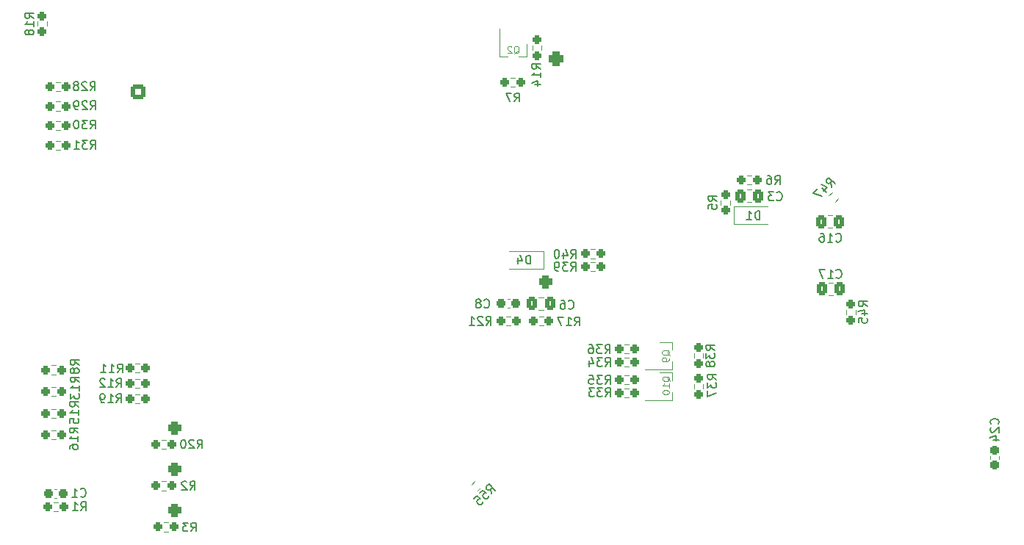
<source format=gbo>
%TF.GenerationSoftware,KiCad,Pcbnew,(6.0.11)*%
%TF.CreationDate,2023-08-03T06:57:00+09:00*%
%TF.ProjectId,motordriver,6d6f746f-7264-4726-9976-65722e6b6963,rev?*%
%TF.SameCoordinates,Original*%
%TF.FileFunction,Legend,Bot*%
%TF.FilePolarity,Positive*%
%FSLAX46Y46*%
G04 Gerber Fmt 4.6, Leading zero omitted, Abs format (unit mm)*
G04 Created by KiCad (PCBNEW (6.0.11)) date 2023-08-03 06:57:00*
%MOMM*%
%LPD*%
G01*
G04 APERTURE LIST*
G04 Aperture macros list*
%AMRoundRect*
0 Rectangle with rounded corners*
0 $1 Rounding radius*
0 $2 $3 $4 $5 $6 $7 $8 $9 X,Y pos of 4 corners*
0 Add a 4 corners polygon primitive as box body*
4,1,4,$2,$3,$4,$5,$6,$7,$8,$9,$2,$3,0*
0 Add four circle primitives for the rounded corners*
1,1,$1+$1,$2,$3*
1,1,$1+$1,$4,$5*
1,1,$1+$1,$6,$7*
1,1,$1+$1,$8,$9*
0 Add four rect primitives between the rounded corners*
20,1,$1+$1,$2,$3,$4,$5,0*
20,1,$1+$1,$4,$5,$6,$7,0*
20,1,$1+$1,$6,$7,$8,$9,0*
20,1,$1+$1,$8,$9,$2,$3,0*%
G04 Aperture macros list end*
%ADD10C,0.150000*%
%ADD11C,0.120000*%
%ADD12RoundRect,0.250000X0.600000X-0.600000X0.600000X0.600000X-0.600000X0.600000X-0.600000X-0.600000X0*%
%ADD13C,1.700000*%
%ADD14R,1.700000X1.700000*%
%ADD15O,1.700000X1.700000*%
%ADD16RoundRect,0.425000X0.425000X0.425000X-0.425000X0.425000X-0.425000X-0.425000X0.425000X-0.425000X0*%
%ADD17R,1.600000X1.600000*%
%ADD18O,1.600000X1.600000*%
%ADD19RoundRect,0.381000X-0.381000X0.381000X-0.381000X-0.381000X0.381000X-0.381000X0.381000X0.381000X0*%
%ADD20C,1.524000*%
%ADD21C,1.400000*%
%ADD22R,3.500000X3.500000*%
%ADD23C,3.500000*%
%ADD24C,1.600000*%
%ADD25RoundRect,0.381000X-0.381000X-0.381000X0.381000X-0.381000X0.381000X0.381000X-0.381000X0.381000X0*%
%ADD26RoundRect,0.237500X-0.237500X0.250000X-0.237500X-0.250000X0.237500X-0.250000X0.237500X0.250000X0*%
%ADD27RoundRect,0.237500X-0.237500X0.300000X-0.237500X-0.300000X0.237500X-0.300000X0.237500X0.300000X0*%
%ADD28RoundRect,0.237500X-0.250000X-0.237500X0.250000X-0.237500X0.250000X0.237500X-0.250000X0.237500X0*%
%ADD29RoundRect,0.237500X-0.300000X-0.237500X0.300000X-0.237500X0.300000X0.237500X-0.300000X0.237500X0*%
%ADD30RoundRect,0.237500X0.237500X-0.250000X0.237500X0.250000X-0.237500X0.250000X-0.237500X-0.250000X0*%
%ADD31RoundRect,0.237500X0.250000X0.237500X-0.250000X0.237500X-0.250000X-0.237500X0.250000X-0.237500X0*%
%ADD32RoundRect,0.237500X0.008839X0.344715X-0.344715X-0.008839X-0.008839X-0.344715X0.344715X0.008839X0*%
%ADD33R,1.900000X0.800000*%
%ADD34R,0.900000X1.200000*%
%ADD35RoundRect,0.250000X-0.337500X-0.475000X0.337500X-0.475000X0.337500X0.475000X-0.337500X0.475000X0*%
%ADD36R,0.800000X1.900000*%
%ADD37RoundRect,0.250000X0.337500X0.475000X-0.337500X0.475000X-0.337500X-0.475000X0.337500X-0.475000X0*%
%ADD38RoundRect,0.237500X0.300000X0.237500X-0.300000X0.237500X-0.300000X-0.237500X0.300000X-0.237500X0*%
%ADD39RoundRect,0.237500X-0.008839X-0.344715X0.344715X0.008839X0.008839X0.344715X-0.344715X-0.008839X0*%
G04 APERTURE END LIST*
D10*
%TO.C,R37*%
X175952380Y-105257142D02*
X175476190Y-104923809D01*
X175952380Y-104685714D02*
X174952380Y-104685714D01*
X174952380Y-105066666D01*
X175000000Y-105161904D01*
X175047619Y-105209523D01*
X175142857Y-105257142D01*
X175285714Y-105257142D01*
X175380952Y-105209523D01*
X175428571Y-105161904D01*
X175476190Y-105066666D01*
X175476190Y-104685714D01*
X174952380Y-105590476D02*
X174952380Y-106209523D01*
X175333333Y-105876190D01*
X175333333Y-106019047D01*
X175380952Y-106114285D01*
X175428571Y-106161904D01*
X175523809Y-106209523D01*
X175761904Y-106209523D01*
X175857142Y-106161904D01*
X175904761Y-106114285D01*
X175952380Y-106019047D01*
X175952380Y-105733333D01*
X175904761Y-105638095D01*
X175857142Y-105590476D01*
X174952380Y-106542857D02*
X174952380Y-107209523D01*
X175952380Y-106780952D01*
%TO.C,C24*%
X208417142Y-110387142D02*
X208464761Y-110339523D01*
X208512380Y-110196666D01*
X208512380Y-110101428D01*
X208464761Y-109958571D01*
X208369523Y-109863333D01*
X208274285Y-109815714D01*
X208083809Y-109768095D01*
X207940952Y-109768095D01*
X207750476Y-109815714D01*
X207655238Y-109863333D01*
X207560000Y-109958571D01*
X207512380Y-110101428D01*
X207512380Y-110196666D01*
X207560000Y-110339523D01*
X207607619Y-110387142D01*
X207607619Y-110768095D02*
X207560000Y-110815714D01*
X207512380Y-110910952D01*
X207512380Y-111149047D01*
X207560000Y-111244285D01*
X207607619Y-111291904D01*
X207702857Y-111339523D01*
X207798095Y-111339523D01*
X207940952Y-111291904D01*
X208512380Y-110720476D01*
X208512380Y-111339523D01*
X207845714Y-112196666D02*
X208512380Y-112196666D01*
X207464761Y-111958571D02*
X208179047Y-111720476D01*
X208179047Y-112339523D01*
%TO.C,R34*%
X163132857Y-103732380D02*
X163466190Y-103256190D01*
X163704285Y-103732380D02*
X163704285Y-102732380D01*
X163323333Y-102732380D01*
X163228095Y-102780000D01*
X163180476Y-102827619D01*
X163132857Y-102922857D01*
X163132857Y-103065714D01*
X163180476Y-103160952D01*
X163228095Y-103208571D01*
X163323333Y-103256190D01*
X163704285Y-103256190D01*
X162799523Y-102732380D02*
X162180476Y-102732380D01*
X162513809Y-103113333D01*
X162370952Y-103113333D01*
X162275714Y-103160952D01*
X162228095Y-103208571D01*
X162180476Y-103303809D01*
X162180476Y-103541904D01*
X162228095Y-103637142D01*
X162275714Y-103684761D01*
X162370952Y-103732380D01*
X162656666Y-103732380D01*
X162751904Y-103684761D01*
X162799523Y-103637142D01*
X161323333Y-103065714D02*
X161323333Y-103732380D01*
X161561428Y-102684761D02*
X161799523Y-103399047D01*
X161180476Y-103399047D01*
%TO.C,R36*%
X163122857Y-102252380D02*
X163456190Y-101776190D01*
X163694285Y-102252380D02*
X163694285Y-101252380D01*
X163313333Y-101252380D01*
X163218095Y-101300000D01*
X163170476Y-101347619D01*
X163122857Y-101442857D01*
X163122857Y-101585714D01*
X163170476Y-101680952D01*
X163218095Y-101728571D01*
X163313333Y-101776190D01*
X163694285Y-101776190D01*
X162789523Y-101252380D02*
X162170476Y-101252380D01*
X162503809Y-101633333D01*
X162360952Y-101633333D01*
X162265714Y-101680952D01*
X162218095Y-101728571D01*
X162170476Y-101823809D01*
X162170476Y-102061904D01*
X162218095Y-102157142D01*
X162265714Y-102204761D01*
X162360952Y-102252380D01*
X162646666Y-102252380D01*
X162741904Y-102204761D01*
X162789523Y-102157142D01*
X161313333Y-101252380D02*
X161503809Y-101252380D01*
X161599047Y-101300000D01*
X161646666Y-101347619D01*
X161741904Y-101490476D01*
X161789523Y-101680952D01*
X161789523Y-102061904D01*
X161741904Y-102157142D01*
X161694285Y-102204761D01*
X161599047Y-102252380D01*
X161408571Y-102252380D01*
X161313333Y-102204761D01*
X161265714Y-102157142D01*
X161218095Y-102061904D01*
X161218095Y-101823809D01*
X161265714Y-101728571D01*
X161313333Y-101680952D01*
X161408571Y-101633333D01*
X161599047Y-101633333D01*
X161694285Y-101680952D01*
X161741904Y-101728571D01*
X161789523Y-101823809D01*
%TO.C,R30*%
X103792857Y-76352380D02*
X104126190Y-75876190D01*
X104364285Y-76352380D02*
X104364285Y-75352380D01*
X103983333Y-75352380D01*
X103888095Y-75400000D01*
X103840476Y-75447619D01*
X103792857Y-75542857D01*
X103792857Y-75685714D01*
X103840476Y-75780952D01*
X103888095Y-75828571D01*
X103983333Y-75876190D01*
X104364285Y-75876190D01*
X103459523Y-75352380D02*
X102840476Y-75352380D01*
X103173809Y-75733333D01*
X103030952Y-75733333D01*
X102935714Y-75780952D01*
X102888095Y-75828571D01*
X102840476Y-75923809D01*
X102840476Y-76161904D01*
X102888095Y-76257142D01*
X102935714Y-76304761D01*
X103030952Y-76352380D01*
X103316666Y-76352380D01*
X103411904Y-76304761D01*
X103459523Y-76257142D01*
X102221428Y-75352380D02*
X102126190Y-75352380D01*
X102030952Y-75400000D01*
X101983333Y-75447619D01*
X101935714Y-75542857D01*
X101888095Y-75733333D01*
X101888095Y-75971428D01*
X101935714Y-76161904D01*
X101983333Y-76257142D01*
X102030952Y-76304761D01*
X102126190Y-76352380D01*
X102221428Y-76352380D01*
X102316666Y-76304761D01*
X102364285Y-76257142D01*
X102411904Y-76161904D01*
X102459523Y-75971428D01*
X102459523Y-75733333D01*
X102411904Y-75542857D01*
X102364285Y-75447619D01*
X102316666Y-75400000D01*
X102221428Y-75352380D01*
%TO.C,C8*%
X149186666Y-96907142D02*
X149234285Y-96954761D01*
X149377142Y-97002380D01*
X149472380Y-97002380D01*
X149615238Y-96954761D01*
X149710476Y-96859523D01*
X149758095Y-96764285D01*
X149805714Y-96573809D01*
X149805714Y-96430952D01*
X149758095Y-96240476D01*
X149710476Y-96145238D01*
X149615238Y-96050000D01*
X149472380Y-96002380D01*
X149377142Y-96002380D01*
X149234285Y-96050000D01*
X149186666Y-96097619D01*
X148615238Y-96430952D02*
X148710476Y-96383333D01*
X148758095Y-96335714D01*
X148805714Y-96240476D01*
X148805714Y-96192857D01*
X148758095Y-96097619D01*
X148710476Y-96050000D01*
X148615238Y-96002380D01*
X148424761Y-96002380D01*
X148329523Y-96050000D01*
X148281904Y-96097619D01*
X148234285Y-96192857D01*
X148234285Y-96240476D01*
X148281904Y-96335714D01*
X148329523Y-96383333D01*
X148424761Y-96430952D01*
X148615238Y-96430952D01*
X148710476Y-96478571D01*
X148758095Y-96526190D01*
X148805714Y-96621428D01*
X148805714Y-96811904D01*
X148758095Y-96907142D01*
X148710476Y-96954761D01*
X148615238Y-97002380D01*
X148424761Y-97002380D01*
X148329523Y-96954761D01*
X148281904Y-96907142D01*
X148234285Y-96811904D01*
X148234285Y-96621428D01*
X148281904Y-96526190D01*
X148329523Y-96478571D01*
X148424761Y-96430952D01*
%TO.C,R38*%
X175769881Y-101857142D02*
X175293691Y-101523809D01*
X175769881Y-101285714D02*
X174769881Y-101285714D01*
X174769881Y-101666666D01*
X174817501Y-101761904D01*
X174865120Y-101809523D01*
X174960358Y-101857142D01*
X175103215Y-101857142D01*
X175198453Y-101809523D01*
X175246072Y-101761904D01*
X175293691Y-101666666D01*
X175293691Y-101285714D01*
X174769881Y-102190476D02*
X174769881Y-102809523D01*
X175150834Y-102476190D01*
X175150834Y-102619047D01*
X175198453Y-102714285D01*
X175246072Y-102761904D01*
X175341310Y-102809523D01*
X175579405Y-102809523D01*
X175674643Y-102761904D01*
X175722262Y-102714285D01*
X175769881Y-102619047D01*
X175769881Y-102333333D01*
X175722262Y-102238095D01*
X175674643Y-102190476D01*
X175198453Y-103380952D02*
X175150834Y-103285714D01*
X175103215Y-103238095D01*
X175007977Y-103190476D01*
X174960358Y-103190476D01*
X174865120Y-103238095D01*
X174817501Y-103285714D01*
X174769881Y-103380952D01*
X174769881Y-103571428D01*
X174817501Y-103666666D01*
X174865120Y-103714285D01*
X174960358Y-103761904D01*
X175007977Y-103761904D01*
X175103215Y-103714285D01*
X175150834Y-103666666D01*
X175198453Y-103571428D01*
X175198453Y-103380952D01*
X175246072Y-103285714D01*
X175293691Y-103238095D01*
X175388929Y-103190476D01*
X175579405Y-103190476D01*
X175674643Y-103238095D01*
X175722262Y-103285714D01*
X175769881Y-103380952D01*
X175769881Y-103571428D01*
X175722262Y-103666666D01*
X175674643Y-103714285D01*
X175579405Y-103761904D01*
X175388929Y-103761904D01*
X175293691Y-103714285D01*
X175246072Y-103666666D01*
X175198453Y-103571428D01*
%TO.C,R12*%
X106802857Y-106152380D02*
X107136190Y-105676190D01*
X107374285Y-106152380D02*
X107374285Y-105152380D01*
X106993333Y-105152380D01*
X106898095Y-105200000D01*
X106850476Y-105247619D01*
X106802857Y-105342857D01*
X106802857Y-105485714D01*
X106850476Y-105580952D01*
X106898095Y-105628571D01*
X106993333Y-105676190D01*
X107374285Y-105676190D01*
X105850476Y-106152380D02*
X106421904Y-106152380D01*
X106136190Y-106152380D02*
X106136190Y-105152380D01*
X106231428Y-105295238D01*
X106326666Y-105390476D01*
X106421904Y-105438095D01*
X105469523Y-105247619D02*
X105421904Y-105200000D01*
X105326666Y-105152380D01*
X105088571Y-105152380D01*
X104993333Y-105200000D01*
X104945714Y-105247619D01*
X104898095Y-105342857D01*
X104898095Y-105438095D01*
X104945714Y-105580952D01*
X105517142Y-106152380D01*
X104898095Y-106152380D01*
%TO.C,R28*%
X103772857Y-71932382D02*
X104106190Y-71456192D01*
X104344285Y-71932382D02*
X104344285Y-70932382D01*
X103963333Y-70932382D01*
X103868095Y-70980002D01*
X103820476Y-71027621D01*
X103772857Y-71122859D01*
X103772857Y-71265716D01*
X103820476Y-71360954D01*
X103868095Y-71408573D01*
X103963333Y-71456192D01*
X104344285Y-71456192D01*
X103391904Y-71027621D02*
X103344285Y-70980002D01*
X103249047Y-70932382D01*
X103010952Y-70932382D01*
X102915714Y-70980002D01*
X102868095Y-71027621D01*
X102820476Y-71122859D01*
X102820476Y-71218097D01*
X102868095Y-71360954D01*
X103439523Y-71932382D01*
X102820476Y-71932382D01*
X102249047Y-71360954D02*
X102344285Y-71313335D01*
X102391904Y-71265716D01*
X102439523Y-71170478D01*
X102439523Y-71122859D01*
X102391904Y-71027621D01*
X102344285Y-70980002D01*
X102249047Y-70932382D01*
X102058571Y-70932382D01*
X101963333Y-70980002D01*
X101915714Y-71027621D01*
X101868095Y-71122859D01*
X101868095Y-71170478D01*
X101915714Y-71265716D01*
X101963333Y-71313335D01*
X102058571Y-71360954D01*
X102249047Y-71360954D01*
X102344285Y-71408573D01*
X102391904Y-71456192D01*
X102439523Y-71551430D01*
X102439523Y-71741906D01*
X102391904Y-71837144D01*
X102344285Y-71884763D01*
X102249047Y-71932382D01*
X102058571Y-71932382D01*
X101963333Y-71884763D01*
X101915714Y-71837144D01*
X101868095Y-71741906D01*
X101868095Y-71551430D01*
X101915714Y-71456192D01*
X101963333Y-71408573D01*
X102058571Y-71360954D01*
%TO.C,R20*%
X116122857Y-113192380D02*
X116456190Y-112716190D01*
X116694285Y-113192380D02*
X116694285Y-112192380D01*
X116313333Y-112192380D01*
X116218095Y-112240000D01*
X116170476Y-112287619D01*
X116122857Y-112382857D01*
X116122857Y-112525714D01*
X116170476Y-112620952D01*
X116218095Y-112668571D01*
X116313333Y-112716190D01*
X116694285Y-112716190D01*
X115741904Y-112287619D02*
X115694285Y-112240000D01*
X115599047Y-112192380D01*
X115360952Y-112192380D01*
X115265714Y-112240000D01*
X115218095Y-112287619D01*
X115170476Y-112382857D01*
X115170476Y-112478095D01*
X115218095Y-112620952D01*
X115789523Y-113192380D01*
X115170476Y-113192380D01*
X114551428Y-112192380D02*
X114456190Y-112192380D01*
X114360952Y-112240000D01*
X114313333Y-112287619D01*
X114265714Y-112382857D01*
X114218095Y-112573333D01*
X114218095Y-112811428D01*
X114265714Y-113001904D01*
X114313333Y-113097142D01*
X114360952Y-113144761D01*
X114456190Y-113192380D01*
X114551428Y-113192380D01*
X114646666Y-113144761D01*
X114694285Y-113097142D01*
X114741904Y-113001904D01*
X114789523Y-112811428D01*
X114789523Y-112573333D01*
X114741904Y-112382857D01*
X114694285Y-112287619D01*
X114646666Y-112240000D01*
X114551428Y-112192380D01*
%TO.C,R45*%
X193347380Y-96827142D02*
X192871190Y-96493809D01*
X193347380Y-96255714D02*
X192347380Y-96255714D01*
X192347380Y-96636666D01*
X192395000Y-96731904D01*
X192442619Y-96779523D01*
X192537857Y-96827142D01*
X192680714Y-96827142D01*
X192775952Y-96779523D01*
X192823571Y-96731904D01*
X192871190Y-96636666D01*
X192871190Y-96255714D01*
X192680714Y-97684285D02*
X193347380Y-97684285D01*
X192299761Y-97446190D02*
X193014047Y-97208095D01*
X193014047Y-97827142D01*
X192347380Y-98684285D02*
X192347380Y-98208095D01*
X192823571Y-98160476D01*
X192775952Y-98208095D01*
X192728333Y-98303333D01*
X192728333Y-98541428D01*
X192775952Y-98636666D01*
X192823571Y-98684285D01*
X192918809Y-98731904D01*
X193156904Y-98731904D01*
X193252142Y-98684285D01*
X193299761Y-98636666D01*
X193347380Y-98541428D01*
X193347380Y-98303333D01*
X193299761Y-98208095D01*
X193252142Y-98160476D01*
%TO.C,R13*%
X102522380Y-105567142D02*
X102046190Y-105233809D01*
X102522380Y-104995714D02*
X101522380Y-104995714D01*
X101522380Y-105376666D01*
X101570000Y-105471904D01*
X101617619Y-105519523D01*
X101712857Y-105567142D01*
X101855714Y-105567142D01*
X101950952Y-105519523D01*
X101998571Y-105471904D01*
X102046190Y-105376666D01*
X102046190Y-104995714D01*
X102522380Y-106519523D02*
X102522380Y-105948095D01*
X102522380Y-106233809D02*
X101522380Y-106233809D01*
X101665238Y-106138571D01*
X101760476Y-106043333D01*
X101808095Y-105948095D01*
X101522380Y-106852857D02*
X101522380Y-107471904D01*
X101903333Y-107138571D01*
X101903333Y-107281428D01*
X101950952Y-107376666D01*
X101998571Y-107424285D01*
X102093809Y-107471904D01*
X102331904Y-107471904D01*
X102427142Y-107424285D01*
X102474761Y-107376666D01*
X102522380Y-107281428D01*
X102522380Y-106995714D01*
X102474761Y-106900476D01*
X102427142Y-106852857D01*
%TO.C,R47*%
X189228287Y-83074149D02*
X189127272Y-82501730D01*
X189632348Y-82670088D02*
X188925241Y-81962982D01*
X188655867Y-82232356D01*
X188622195Y-82333371D01*
X188622195Y-82400714D01*
X188655867Y-82501730D01*
X188756882Y-82602745D01*
X188857898Y-82636417D01*
X188925241Y-82636417D01*
X189026256Y-82602745D01*
X189295630Y-82333371D01*
X188150791Y-83208837D02*
X188622195Y-83680241D01*
X188049775Y-82771104D02*
X188723211Y-83107821D01*
X188285478Y-83545554D01*
X187612043Y-83276180D02*
X187140638Y-83747585D01*
X188150791Y-84151646D01*
%TO.C,R2*%
X115286666Y-117982380D02*
X115620000Y-117506190D01*
X115858095Y-117982380D02*
X115858095Y-116982380D01*
X115477142Y-116982380D01*
X115381904Y-117030000D01*
X115334285Y-117077619D01*
X115286666Y-117172857D01*
X115286666Y-117315714D01*
X115334285Y-117410952D01*
X115381904Y-117458571D01*
X115477142Y-117506190D01*
X115858095Y-117506190D01*
X114905714Y-117077619D02*
X114858095Y-117030000D01*
X114762857Y-116982380D01*
X114524761Y-116982380D01*
X114429523Y-117030000D01*
X114381904Y-117077619D01*
X114334285Y-117172857D01*
X114334285Y-117268095D01*
X114381904Y-117410952D01*
X114953333Y-117982380D01*
X114334285Y-117982380D01*
D11*
%TO.C,Q9*%
X170588095Y-102463809D02*
X170550000Y-102387619D01*
X170473809Y-102311428D01*
X170359523Y-102197142D01*
X170321428Y-102120952D01*
X170321428Y-102044761D01*
X170511904Y-102082857D02*
X170473809Y-102006666D01*
X170397619Y-101930476D01*
X170245238Y-101892380D01*
X169978571Y-101892380D01*
X169826190Y-101930476D01*
X169750000Y-102006666D01*
X169711904Y-102082857D01*
X169711904Y-102235238D01*
X169750000Y-102311428D01*
X169826190Y-102387619D01*
X169978571Y-102425714D01*
X170245238Y-102425714D01*
X170397619Y-102387619D01*
X170473809Y-102311428D01*
X170511904Y-102235238D01*
X170511904Y-102082857D01*
X170511904Y-102806666D02*
X170511904Y-102959047D01*
X170473809Y-103035238D01*
X170435714Y-103073333D01*
X170321428Y-103149523D01*
X170169047Y-103187619D01*
X169864285Y-103187619D01*
X169788095Y-103149523D01*
X169750000Y-103111428D01*
X169711904Y-103035238D01*
X169711904Y-102882857D01*
X169750000Y-102806666D01*
X169788095Y-102768571D01*
X169864285Y-102730476D01*
X170054761Y-102730476D01*
X170130952Y-102768571D01*
X170169047Y-102806666D01*
X170207142Y-102882857D01*
X170207142Y-103035238D01*
X170169047Y-103111428D01*
X170130952Y-103149523D01*
X170054761Y-103187619D01*
D10*
%TO.C,D1*%
X180958095Y-86832380D02*
X180958095Y-85832380D01*
X180720000Y-85832380D01*
X180577142Y-85880000D01*
X180481904Y-85975238D01*
X180434285Y-86070476D01*
X180386666Y-86260952D01*
X180386666Y-86403809D01*
X180434285Y-86594285D01*
X180481904Y-86689523D01*
X180577142Y-86784761D01*
X180720000Y-86832380D01*
X180958095Y-86832380D01*
X179434285Y-86832380D02*
X180005714Y-86832380D01*
X179720000Y-86832380D02*
X179720000Y-85832380D01*
X179815238Y-85975238D01*
X179910476Y-86070476D01*
X180005714Y-86118095D01*
%TO.C,C3*%
X182906666Y-84537142D02*
X182954285Y-84584761D01*
X183097142Y-84632380D01*
X183192380Y-84632380D01*
X183335238Y-84584761D01*
X183430476Y-84489523D01*
X183478095Y-84394285D01*
X183525714Y-84203809D01*
X183525714Y-84060952D01*
X183478095Y-83870476D01*
X183430476Y-83775238D01*
X183335238Y-83680000D01*
X183192380Y-83632380D01*
X183097142Y-83632380D01*
X182954285Y-83680000D01*
X182906666Y-83727619D01*
X182573333Y-83632380D02*
X181954285Y-83632380D01*
X182287619Y-84013333D01*
X182144761Y-84013333D01*
X182049523Y-84060952D01*
X182001904Y-84108571D01*
X181954285Y-84203809D01*
X181954285Y-84441904D01*
X182001904Y-84537142D01*
X182049523Y-84584761D01*
X182144761Y-84632380D01*
X182430476Y-84632380D01*
X182525714Y-84584761D01*
X182573333Y-84537142D01*
%TO.C,D4*%
X154538095Y-91932380D02*
X154538095Y-90932380D01*
X154300000Y-90932380D01*
X154157142Y-90980000D01*
X154061904Y-91075238D01*
X154014285Y-91170476D01*
X153966666Y-91360952D01*
X153966666Y-91503809D01*
X154014285Y-91694285D01*
X154061904Y-91789523D01*
X154157142Y-91884761D01*
X154300000Y-91932380D01*
X154538095Y-91932380D01*
X153109523Y-91265714D02*
X153109523Y-91932380D01*
X153347619Y-90884761D02*
X153585714Y-91599047D01*
X152966666Y-91599047D01*
D11*
%TO.C,Q2*%
X152616190Y-67718095D02*
X152692380Y-67680000D01*
X152768571Y-67603809D01*
X152882857Y-67489523D01*
X152959047Y-67451428D01*
X153035238Y-67451428D01*
X152997142Y-67641904D02*
X153073333Y-67603809D01*
X153149523Y-67527619D01*
X153187619Y-67375238D01*
X153187619Y-67108571D01*
X153149523Y-66956190D01*
X153073333Y-66880000D01*
X152997142Y-66841904D01*
X152844761Y-66841904D01*
X152768571Y-66880000D01*
X152692380Y-66956190D01*
X152654285Y-67108571D01*
X152654285Y-67375238D01*
X152692380Y-67527619D01*
X152768571Y-67603809D01*
X152844761Y-67641904D01*
X152997142Y-67641904D01*
X152349523Y-66918095D02*
X152311428Y-66880000D01*
X152235238Y-66841904D01*
X152044761Y-66841904D01*
X151968571Y-66880000D01*
X151930476Y-66918095D01*
X151892380Y-66994285D01*
X151892380Y-67070476D01*
X151930476Y-67184761D01*
X152387619Y-67641904D01*
X151892380Y-67641904D01*
D10*
%TO.C,R1*%
X102706666Y-120372380D02*
X103040000Y-119896190D01*
X103278095Y-120372380D02*
X103278095Y-119372380D01*
X102897142Y-119372380D01*
X102801904Y-119420000D01*
X102754285Y-119467619D01*
X102706666Y-119562857D01*
X102706666Y-119705714D01*
X102754285Y-119800952D01*
X102801904Y-119848571D01*
X102897142Y-119896190D01*
X103278095Y-119896190D01*
X101754285Y-120372380D02*
X102325714Y-120372380D01*
X102040000Y-120372380D02*
X102040000Y-119372380D01*
X102135238Y-119515238D01*
X102230476Y-119610476D01*
X102325714Y-119658095D01*
%TO.C,R33*%
X163152857Y-107222380D02*
X163486190Y-106746190D01*
X163724285Y-107222380D02*
X163724285Y-106222380D01*
X163343333Y-106222380D01*
X163248095Y-106270000D01*
X163200476Y-106317619D01*
X163152857Y-106412857D01*
X163152857Y-106555714D01*
X163200476Y-106650952D01*
X163248095Y-106698571D01*
X163343333Y-106746190D01*
X163724285Y-106746190D01*
X162819523Y-106222380D02*
X162200476Y-106222380D01*
X162533809Y-106603333D01*
X162390952Y-106603333D01*
X162295714Y-106650952D01*
X162248095Y-106698571D01*
X162200476Y-106793809D01*
X162200476Y-107031904D01*
X162248095Y-107127142D01*
X162295714Y-107174761D01*
X162390952Y-107222380D01*
X162676666Y-107222380D01*
X162771904Y-107174761D01*
X162819523Y-107127142D01*
X161867142Y-106222380D02*
X161248095Y-106222380D01*
X161581428Y-106603333D01*
X161438571Y-106603333D01*
X161343333Y-106650952D01*
X161295714Y-106698571D01*
X161248095Y-106793809D01*
X161248095Y-107031904D01*
X161295714Y-107127142D01*
X161343333Y-107174761D01*
X161438571Y-107222380D01*
X161724285Y-107222380D01*
X161819523Y-107174761D01*
X161867142Y-107127142D01*
%TO.C,C6*%
X158906666Y-97027142D02*
X158954285Y-97074761D01*
X159097142Y-97122380D01*
X159192380Y-97122380D01*
X159335238Y-97074761D01*
X159430476Y-96979523D01*
X159478095Y-96884285D01*
X159525714Y-96693809D01*
X159525714Y-96550952D01*
X159478095Y-96360476D01*
X159430476Y-96265238D01*
X159335238Y-96170000D01*
X159192380Y-96122380D01*
X159097142Y-96122380D01*
X158954285Y-96170000D01*
X158906666Y-96217619D01*
X158049523Y-96122380D02*
X158240000Y-96122380D01*
X158335238Y-96170000D01*
X158382857Y-96217619D01*
X158478095Y-96360476D01*
X158525714Y-96550952D01*
X158525714Y-96931904D01*
X158478095Y-97027142D01*
X158430476Y-97074761D01*
X158335238Y-97122380D01*
X158144761Y-97122380D01*
X158049523Y-97074761D01*
X158001904Y-97027142D01*
X157954285Y-96931904D01*
X157954285Y-96693809D01*
X158001904Y-96598571D01*
X158049523Y-96550952D01*
X158144761Y-96503333D01*
X158335238Y-96503333D01*
X158430476Y-96550952D01*
X158478095Y-96598571D01*
X158525714Y-96693809D01*
%TO.C,R11*%
X106912857Y-104472380D02*
X107246190Y-103996190D01*
X107484285Y-104472380D02*
X107484285Y-103472380D01*
X107103333Y-103472380D01*
X107008095Y-103520000D01*
X106960476Y-103567619D01*
X106912857Y-103662857D01*
X106912857Y-103805714D01*
X106960476Y-103900952D01*
X107008095Y-103948571D01*
X107103333Y-103996190D01*
X107484285Y-103996190D01*
X105960476Y-104472380D02*
X106531904Y-104472380D01*
X106246190Y-104472380D02*
X106246190Y-103472380D01*
X106341428Y-103615238D01*
X106436666Y-103710476D01*
X106531904Y-103758095D01*
X105008095Y-104472380D02*
X105579523Y-104472380D01*
X105293809Y-104472380D02*
X105293809Y-103472380D01*
X105389047Y-103615238D01*
X105484285Y-103710476D01*
X105579523Y-103758095D01*
%TO.C,R15*%
X102462380Y-108407142D02*
X101986190Y-108073809D01*
X102462380Y-107835714D02*
X101462380Y-107835714D01*
X101462380Y-108216666D01*
X101510000Y-108311904D01*
X101557619Y-108359523D01*
X101652857Y-108407142D01*
X101795714Y-108407142D01*
X101890952Y-108359523D01*
X101938571Y-108311904D01*
X101986190Y-108216666D01*
X101986190Y-107835714D01*
X102462380Y-109359523D02*
X102462380Y-108788095D01*
X102462380Y-109073809D02*
X101462380Y-109073809D01*
X101605238Y-108978571D01*
X101700476Y-108883333D01*
X101748095Y-108788095D01*
X101462380Y-110264285D02*
X101462380Y-109788095D01*
X101938571Y-109740476D01*
X101890952Y-109788095D01*
X101843333Y-109883333D01*
X101843333Y-110121428D01*
X101890952Y-110216666D01*
X101938571Y-110264285D01*
X102033809Y-110311904D01*
X102271904Y-110311904D01*
X102367142Y-110264285D01*
X102414761Y-110216666D01*
X102462380Y-110121428D01*
X102462380Y-109883333D01*
X102414761Y-109788095D01*
X102367142Y-109740476D01*
%TO.C,R29*%
X103792857Y-74142380D02*
X104126190Y-73666190D01*
X104364285Y-74142380D02*
X104364285Y-73142380D01*
X103983333Y-73142380D01*
X103888095Y-73190000D01*
X103840476Y-73237619D01*
X103792857Y-73332857D01*
X103792857Y-73475714D01*
X103840476Y-73570952D01*
X103888095Y-73618571D01*
X103983333Y-73666190D01*
X104364285Y-73666190D01*
X103411904Y-73237619D02*
X103364285Y-73190000D01*
X103269047Y-73142380D01*
X103030952Y-73142380D01*
X102935714Y-73190000D01*
X102888095Y-73237619D01*
X102840476Y-73332857D01*
X102840476Y-73428095D01*
X102888095Y-73570952D01*
X103459523Y-74142380D01*
X102840476Y-74142380D01*
X102364285Y-74142380D02*
X102173809Y-74142380D01*
X102078571Y-74094761D01*
X102030952Y-74047142D01*
X101935714Y-73904285D01*
X101888095Y-73713809D01*
X101888095Y-73332857D01*
X101935714Y-73237619D01*
X101983333Y-73190000D01*
X102078571Y-73142380D01*
X102269047Y-73142380D01*
X102364285Y-73190000D01*
X102411904Y-73237619D01*
X102459523Y-73332857D01*
X102459523Y-73570952D01*
X102411904Y-73666190D01*
X102364285Y-73713809D01*
X102269047Y-73761428D01*
X102078571Y-73761428D01*
X101983333Y-73713809D01*
X101935714Y-73666190D01*
X101888095Y-73570952D01*
%TO.C,R6*%
X182696666Y-82742380D02*
X183030000Y-82266190D01*
X183268095Y-82742380D02*
X183268095Y-81742380D01*
X182887142Y-81742380D01*
X182791904Y-81790000D01*
X182744285Y-81837619D01*
X182696666Y-81932857D01*
X182696666Y-82075714D01*
X182744285Y-82170952D01*
X182791904Y-82218571D01*
X182887142Y-82266190D01*
X183268095Y-82266190D01*
X181839523Y-81742380D02*
X182030000Y-81742380D01*
X182125238Y-81790000D01*
X182172857Y-81837619D01*
X182268095Y-81980476D01*
X182315714Y-82170952D01*
X182315714Y-82551904D01*
X182268095Y-82647142D01*
X182220476Y-82694761D01*
X182125238Y-82742380D01*
X181934761Y-82742380D01*
X181839523Y-82694761D01*
X181791904Y-82647142D01*
X181744285Y-82551904D01*
X181744285Y-82313809D01*
X181791904Y-82218571D01*
X181839523Y-82170952D01*
X181934761Y-82123333D01*
X182125238Y-82123333D01*
X182220476Y-82170952D01*
X182268095Y-82218571D01*
X182315714Y-82313809D01*
D11*
%TO.C,Q10*%
X170598095Y-105472857D02*
X170560000Y-105396666D01*
X170483809Y-105320476D01*
X170369523Y-105206190D01*
X170331428Y-105130000D01*
X170331428Y-105053809D01*
X170521904Y-105091904D02*
X170483809Y-105015714D01*
X170407619Y-104939523D01*
X170255238Y-104901428D01*
X169988571Y-104901428D01*
X169836190Y-104939523D01*
X169760000Y-105015714D01*
X169721904Y-105091904D01*
X169721904Y-105244285D01*
X169760000Y-105320476D01*
X169836190Y-105396666D01*
X169988571Y-105434761D01*
X170255238Y-105434761D01*
X170407619Y-105396666D01*
X170483809Y-105320476D01*
X170521904Y-105244285D01*
X170521904Y-105091904D01*
X170521904Y-106196666D02*
X170521904Y-105739523D01*
X170521904Y-105968095D02*
X169721904Y-105968095D01*
X169836190Y-105891904D01*
X169912380Y-105815714D01*
X169950476Y-105739523D01*
X169721904Y-106691904D02*
X169721904Y-106768095D01*
X169760000Y-106844285D01*
X169798095Y-106882380D01*
X169874285Y-106920476D01*
X170026666Y-106958571D01*
X170217142Y-106958571D01*
X170369523Y-106920476D01*
X170445714Y-106882380D01*
X170483809Y-106844285D01*
X170521904Y-106768095D01*
X170521904Y-106691904D01*
X170483809Y-106615714D01*
X170445714Y-106577619D01*
X170369523Y-106539523D01*
X170217142Y-106501428D01*
X170026666Y-106501428D01*
X169874285Y-106539523D01*
X169798095Y-106577619D01*
X169760000Y-106615714D01*
X169721904Y-106691904D01*
D10*
%TO.C,C17*%
X189772857Y-93477142D02*
X189820476Y-93524761D01*
X189963333Y-93572380D01*
X190058571Y-93572380D01*
X190201428Y-93524761D01*
X190296666Y-93429523D01*
X190344285Y-93334285D01*
X190391904Y-93143809D01*
X190391904Y-93000952D01*
X190344285Y-92810476D01*
X190296666Y-92715238D01*
X190201428Y-92620000D01*
X190058571Y-92572380D01*
X189963333Y-92572380D01*
X189820476Y-92620000D01*
X189772857Y-92667619D01*
X188820476Y-93572380D02*
X189391904Y-93572380D01*
X189106190Y-93572380D02*
X189106190Y-92572380D01*
X189201428Y-92715238D01*
X189296666Y-92810476D01*
X189391904Y-92858095D01*
X188487142Y-92572380D02*
X187820476Y-92572380D01*
X188249047Y-93572380D01*
%TO.C,R21*%
X149402857Y-98982380D02*
X149736190Y-98506190D01*
X149974285Y-98982380D02*
X149974285Y-97982380D01*
X149593333Y-97982380D01*
X149498095Y-98030000D01*
X149450476Y-98077619D01*
X149402857Y-98172857D01*
X149402857Y-98315714D01*
X149450476Y-98410952D01*
X149498095Y-98458571D01*
X149593333Y-98506190D01*
X149974285Y-98506190D01*
X149021904Y-98077619D02*
X148974285Y-98030000D01*
X148879047Y-97982380D01*
X148640952Y-97982380D01*
X148545714Y-98030000D01*
X148498095Y-98077619D01*
X148450476Y-98172857D01*
X148450476Y-98268095D01*
X148498095Y-98410952D01*
X149069523Y-98982380D01*
X148450476Y-98982380D01*
X147498095Y-98982380D02*
X148069523Y-98982380D01*
X147783809Y-98982380D02*
X147783809Y-97982380D01*
X147879047Y-98125238D01*
X147974285Y-98220476D01*
X148069523Y-98268095D01*
%TO.C,R31*%
X103822857Y-78672380D02*
X104156190Y-78196190D01*
X104394285Y-78672380D02*
X104394285Y-77672380D01*
X104013333Y-77672380D01*
X103918095Y-77720000D01*
X103870476Y-77767619D01*
X103822857Y-77862857D01*
X103822857Y-78005714D01*
X103870476Y-78100952D01*
X103918095Y-78148571D01*
X104013333Y-78196190D01*
X104394285Y-78196190D01*
X103489523Y-77672380D02*
X102870476Y-77672380D01*
X103203809Y-78053333D01*
X103060952Y-78053333D01*
X102965714Y-78100952D01*
X102918095Y-78148571D01*
X102870476Y-78243809D01*
X102870476Y-78481904D01*
X102918095Y-78577142D01*
X102965714Y-78624761D01*
X103060952Y-78672380D01*
X103346666Y-78672380D01*
X103441904Y-78624761D01*
X103489523Y-78577142D01*
X101918095Y-78672380D02*
X102489523Y-78672380D01*
X102203809Y-78672380D02*
X102203809Y-77672380D01*
X102299047Y-77815238D01*
X102394285Y-77910476D01*
X102489523Y-77958095D01*
%TO.C,R18*%
X97272380Y-63607142D02*
X96796190Y-63273809D01*
X97272380Y-63035714D02*
X96272380Y-63035714D01*
X96272380Y-63416666D01*
X96320000Y-63511904D01*
X96367619Y-63559523D01*
X96462857Y-63607142D01*
X96605714Y-63607142D01*
X96700952Y-63559523D01*
X96748571Y-63511904D01*
X96796190Y-63416666D01*
X96796190Y-63035714D01*
X97272380Y-64559523D02*
X97272380Y-63988095D01*
X97272380Y-64273809D02*
X96272380Y-64273809D01*
X96415238Y-64178571D01*
X96510476Y-64083333D01*
X96558095Y-63988095D01*
X96700952Y-65130952D02*
X96653333Y-65035714D01*
X96605714Y-64988095D01*
X96510476Y-64940476D01*
X96462857Y-64940476D01*
X96367619Y-64988095D01*
X96320000Y-65035714D01*
X96272380Y-65130952D01*
X96272380Y-65321428D01*
X96320000Y-65416666D01*
X96367619Y-65464285D01*
X96462857Y-65511904D01*
X96510476Y-65511904D01*
X96605714Y-65464285D01*
X96653333Y-65416666D01*
X96700952Y-65321428D01*
X96700952Y-65130952D01*
X96748571Y-65035714D01*
X96796190Y-64988095D01*
X96891428Y-64940476D01*
X97081904Y-64940476D01*
X97177142Y-64988095D01*
X97224761Y-65035714D01*
X97272380Y-65130952D01*
X97272380Y-65321428D01*
X97224761Y-65416666D01*
X97177142Y-65464285D01*
X97081904Y-65511904D01*
X96891428Y-65511904D01*
X96796190Y-65464285D01*
X96748571Y-65416666D01*
X96700952Y-65321428D01*
%TO.C,R3*%
X115386666Y-122752380D02*
X115720000Y-122276190D01*
X115958095Y-122752380D02*
X115958095Y-121752380D01*
X115577142Y-121752380D01*
X115481904Y-121800000D01*
X115434285Y-121847619D01*
X115386666Y-121942857D01*
X115386666Y-122085714D01*
X115434285Y-122180952D01*
X115481904Y-122228571D01*
X115577142Y-122276190D01*
X115958095Y-122276190D01*
X115053333Y-121752380D02*
X114434285Y-121752380D01*
X114767619Y-122133333D01*
X114624761Y-122133333D01*
X114529523Y-122180952D01*
X114481904Y-122228571D01*
X114434285Y-122323809D01*
X114434285Y-122561904D01*
X114481904Y-122657142D01*
X114529523Y-122704761D01*
X114624761Y-122752380D01*
X114910476Y-122752380D01*
X115005714Y-122704761D01*
X115053333Y-122657142D01*
%TO.C,R35*%
X163132857Y-105772380D02*
X163466190Y-105296190D01*
X163704285Y-105772380D02*
X163704285Y-104772380D01*
X163323333Y-104772380D01*
X163228095Y-104820000D01*
X163180476Y-104867619D01*
X163132857Y-104962857D01*
X163132857Y-105105714D01*
X163180476Y-105200952D01*
X163228095Y-105248571D01*
X163323333Y-105296190D01*
X163704285Y-105296190D01*
X162799523Y-104772380D02*
X162180476Y-104772380D01*
X162513809Y-105153333D01*
X162370952Y-105153333D01*
X162275714Y-105200952D01*
X162228095Y-105248571D01*
X162180476Y-105343809D01*
X162180476Y-105581904D01*
X162228095Y-105677142D01*
X162275714Y-105724761D01*
X162370952Y-105772380D01*
X162656666Y-105772380D01*
X162751904Y-105724761D01*
X162799523Y-105677142D01*
X161275714Y-104772380D02*
X161751904Y-104772380D01*
X161799523Y-105248571D01*
X161751904Y-105200952D01*
X161656666Y-105153333D01*
X161418571Y-105153333D01*
X161323333Y-105200952D01*
X161275714Y-105248571D01*
X161228095Y-105343809D01*
X161228095Y-105581904D01*
X161275714Y-105677142D01*
X161323333Y-105724761D01*
X161418571Y-105772380D01*
X161656666Y-105772380D01*
X161751904Y-105724761D01*
X161799523Y-105677142D01*
%TO.C,R14*%
X155702380Y-69467142D02*
X155226190Y-69133809D01*
X155702380Y-68895714D02*
X154702380Y-68895714D01*
X154702380Y-69276666D01*
X154750000Y-69371904D01*
X154797619Y-69419523D01*
X154892857Y-69467142D01*
X155035714Y-69467142D01*
X155130952Y-69419523D01*
X155178571Y-69371904D01*
X155226190Y-69276666D01*
X155226190Y-68895714D01*
X155702380Y-70419523D02*
X155702380Y-69848095D01*
X155702380Y-70133809D02*
X154702380Y-70133809D01*
X154845238Y-70038571D01*
X154940476Y-69943333D01*
X154988095Y-69848095D01*
X155035714Y-71276666D02*
X155702380Y-71276666D01*
X154654761Y-71038571D02*
X155369047Y-70800476D01*
X155369047Y-71419523D01*
%TO.C,R16*%
X102402380Y-111407142D02*
X101926190Y-111073809D01*
X102402380Y-110835714D02*
X101402380Y-110835714D01*
X101402380Y-111216666D01*
X101450000Y-111311904D01*
X101497619Y-111359523D01*
X101592857Y-111407142D01*
X101735714Y-111407142D01*
X101830952Y-111359523D01*
X101878571Y-111311904D01*
X101926190Y-111216666D01*
X101926190Y-110835714D01*
X102402380Y-112359523D02*
X102402380Y-111788095D01*
X102402380Y-112073809D02*
X101402380Y-112073809D01*
X101545238Y-111978571D01*
X101640476Y-111883333D01*
X101688095Y-111788095D01*
X101402380Y-113216666D02*
X101402380Y-113026190D01*
X101450000Y-112930952D01*
X101497619Y-112883333D01*
X101640476Y-112788095D01*
X101830952Y-112740476D01*
X102211904Y-112740476D01*
X102307142Y-112788095D01*
X102354761Y-112835714D01*
X102402380Y-112930952D01*
X102402380Y-113121428D01*
X102354761Y-113216666D01*
X102307142Y-113264285D01*
X102211904Y-113311904D01*
X101973809Y-113311904D01*
X101878571Y-113264285D01*
X101830952Y-113216666D01*
X101783333Y-113121428D01*
X101783333Y-112930952D01*
X101830952Y-112835714D01*
X101878571Y-112788095D01*
X101973809Y-112740476D01*
%TO.C,R39*%
X159192857Y-92722380D02*
X159526190Y-92246190D01*
X159764285Y-92722380D02*
X159764285Y-91722380D01*
X159383333Y-91722380D01*
X159288095Y-91770000D01*
X159240476Y-91817619D01*
X159192857Y-91912857D01*
X159192857Y-92055714D01*
X159240476Y-92150952D01*
X159288095Y-92198571D01*
X159383333Y-92246190D01*
X159764285Y-92246190D01*
X158859523Y-91722380D02*
X158240476Y-91722380D01*
X158573809Y-92103333D01*
X158430952Y-92103333D01*
X158335714Y-92150952D01*
X158288095Y-92198571D01*
X158240476Y-92293809D01*
X158240476Y-92531904D01*
X158288095Y-92627142D01*
X158335714Y-92674761D01*
X158430952Y-92722380D01*
X158716666Y-92722380D01*
X158811904Y-92674761D01*
X158859523Y-92627142D01*
X157764285Y-92722380D02*
X157573809Y-92722380D01*
X157478571Y-92674761D01*
X157430952Y-92627142D01*
X157335714Y-92484285D01*
X157288095Y-92293809D01*
X157288095Y-91912857D01*
X157335714Y-91817619D01*
X157383333Y-91770000D01*
X157478571Y-91722380D01*
X157669047Y-91722380D01*
X157764285Y-91770000D01*
X157811904Y-91817619D01*
X157859523Y-91912857D01*
X157859523Y-92150952D01*
X157811904Y-92246190D01*
X157764285Y-92293809D01*
X157669047Y-92341428D01*
X157478571Y-92341428D01*
X157383333Y-92293809D01*
X157335714Y-92246190D01*
X157288095Y-92150952D01*
%TO.C,R8*%
X102492380Y-103583333D02*
X102016190Y-103250000D01*
X102492380Y-103011904D02*
X101492380Y-103011904D01*
X101492380Y-103392857D01*
X101540000Y-103488095D01*
X101587619Y-103535714D01*
X101682857Y-103583333D01*
X101825714Y-103583333D01*
X101920952Y-103535714D01*
X101968571Y-103488095D01*
X102016190Y-103392857D01*
X102016190Y-103011904D01*
X101920952Y-104154761D02*
X101873333Y-104059523D01*
X101825714Y-104011904D01*
X101730476Y-103964285D01*
X101682857Y-103964285D01*
X101587619Y-104011904D01*
X101540000Y-104059523D01*
X101492380Y-104154761D01*
X101492380Y-104345238D01*
X101540000Y-104440476D01*
X101587619Y-104488095D01*
X101682857Y-104535714D01*
X101730476Y-104535714D01*
X101825714Y-104488095D01*
X101873333Y-104440476D01*
X101920952Y-104345238D01*
X101920952Y-104154761D01*
X101968571Y-104059523D01*
X102016190Y-104011904D01*
X102111428Y-103964285D01*
X102301904Y-103964285D01*
X102397142Y-104011904D01*
X102444761Y-104059523D01*
X102492380Y-104154761D01*
X102492380Y-104345238D01*
X102444761Y-104440476D01*
X102397142Y-104488095D01*
X102301904Y-104535714D01*
X102111428Y-104535714D01*
X102016190Y-104488095D01*
X101968571Y-104440476D01*
X101920952Y-104345238D01*
%TO.C,C1*%
X102676666Y-118707142D02*
X102724285Y-118754761D01*
X102867142Y-118802380D01*
X102962380Y-118802380D01*
X103105238Y-118754761D01*
X103200476Y-118659523D01*
X103248095Y-118564285D01*
X103295714Y-118373809D01*
X103295714Y-118230952D01*
X103248095Y-118040476D01*
X103200476Y-117945238D01*
X103105238Y-117850000D01*
X102962380Y-117802380D01*
X102867142Y-117802380D01*
X102724285Y-117850000D01*
X102676666Y-117897619D01*
X101724285Y-118802380D02*
X102295714Y-118802380D01*
X102010000Y-118802380D02*
X102010000Y-117802380D01*
X102105238Y-117945238D01*
X102200476Y-118040476D01*
X102295714Y-118088095D01*
%TO.C,R55*%
X150035613Y-118426475D02*
X149934598Y-117854056D01*
X150439674Y-118022414D02*
X149732567Y-117315308D01*
X149463193Y-117584682D01*
X149429521Y-117685697D01*
X149429521Y-117753040D01*
X149463193Y-117854056D01*
X149564208Y-117955071D01*
X149665224Y-117988743D01*
X149732567Y-117988743D01*
X149833582Y-117955071D01*
X150102956Y-117685697D01*
X148688743Y-118359132D02*
X149025460Y-118022414D01*
X149395850Y-118325460D01*
X149328506Y-118325460D01*
X149227491Y-118359132D01*
X149059132Y-118527491D01*
X149025460Y-118628506D01*
X149025460Y-118695850D01*
X149059132Y-118796865D01*
X149227491Y-118965224D01*
X149328506Y-118998895D01*
X149395850Y-118998895D01*
X149496865Y-118965224D01*
X149665224Y-118796865D01*
X149698895Y-118695850D01*
X149698895Y-118628506D01*
X148015308Y-119032567D02*
X148352025Y-118695850D01*
X148722414Y-118998895D01*
X148655071Y-118998895D01*
X148554056Y-119032567D01*
X148385697Y-119200926D01*
X148352025Y-119301941D01*
X148352025Y-119369285D01*
X148385697Y-119470300D01*
X148554056Y-119638659D01*
X148655071Y-119672330D01*
X148722414Y-119672330D01*
X148823430Y-119638659D01*
X148991788Y-119470300D01*
X149025460Y-119369285D01*
X149025460Y-119301941D01*
%TO.C,R5*%
X176022380Y-84673333D02*
X175546190Y-84340000D01*
X176022380Y-84101904D02*
X175022380Y-84101904D01*
X175022380Y-84482857D01*
X175070000Y-84578095D01*
X175117619Y-84625714D01*
X175212857Y-84673333D01*
X175355714Y-84673333D01*
X175450952Y-84625714D01*
X175498571Y-84578095D01*
X175546190Y-84482857D01*
X175546190Y-84101904D01*
X175022380Y-85578095D02*
X175022380Y-85101904D01*
X175498571Y-85054285D01*
X175450952Y-85101904D01*
X175403333Y-85197142D01*
X175403333Y-85435238D01*
X175450952Y-85530476D01*
X175498571Y-85578095D01*
X175593809Y-85625714D01*
X175831904Y-85625714D01*
X175927142Y-85578095D01*
X175974761Y-85530476D01*
X176022380Y-85435238D01*
X176022380Y-85197142D01*
X175974761Y-85101904D01*
X175927142Y-85054285D01*
%TO.C,R19*%
X106802857Y-107912380D02*
X107136190Y-107436190D01*
X107374285Y-107912380D02*
X107374285Y-106912380D01*
X106993333Y-106912380D01*
X106898095Y-106960000D01*
X106850476Y-107007619D01*
X106802857Y-107102857D01*
X106802857Y-107245714D01*
X106850476Y-107340952D01*
X106898095Y-107388571D01*
X106993333Y-107436190D01*
X107374285Y-107436190D01*
X105850476Y-107912380D02*
X106421904Y-107912380D01*
X106136190Y-107912380D02*
X106136190Y-106912380D01*
X106231428Y-107055238D01*
X106326666Y-107150476D01*
X106421904Y-107198095D01*
X105374285Y-107912380D02*
X105183809Y-107912380D01*
X105088571Y-107864761D01*
X105040952Y-107817142D01*
X104945714Y-107674285D01*
X104898095Y-107483809D01*
X104898095Y-107102857D01*
X104945714Y-107007619D01*
X104993333Y-106960000D01*
X105088571Y-106912380D01*
X105279047Y-106912380D01*
X105374285Y-106960000D01*
X105421904Y-107007619D01*
X105469523Y-107102857D01*
X105469523Y-107340952D01*
X105421904Y-107436190D01*
X105374285Y-107483809D01*
X105279047Y-107531428D01*
X105088571Y-107531428D01*
X104993333Y-107483809D01*
X104945714Y-107436190D01*
X104898095Y-107340952D01*
%TO.C,C16*%
X189732857Y-89317142D02*
X189780476Y-89364761D01*
X189923333Y-89412380D01*
X190018571Y-89412380D01*
X190161428Y-89364761D01*
X190256666Y-89269523D01*
X190304285Y-89174285D01*
X190351904Y-88983809D01*
X190351904Y-88840952D01*
X190304285Y-88650476D01*
X190256666Y-88555238D01*
X190161428Y-88460000D01*
X190018571Y-88412380D01*
X189923333Y-88412380D01*
X189780476Y-88460000D01*
X189732857Y-88507619D01*
X188780476Y-89412380D02*
X189351904Y-89412380D01*
X189066190Y-89412380D02*
X189066190Y-88412380D01*
X189161428Y-88555238D01*
X189256666Y-88650476D01*
X189351904Y-88698095D01*
X187923333Y-88412380D02*
X188113809Y-88412380D01*
X188209047Y-88460000D01*
X188256666Y-88507619D01*
X188351904Y-88650476D01*
X188399523Y-88840952D01*
X188399523Y-89221904D01*
X188351904Y-89317142D01*
X188304285Y-89364761D01*
X188209047Y-89412380D01*
X188018571Y-89412380D01*
X187923333Y-89364761D01*
X187875714Y-89317142D01*
X187828095Y-89221904D01*
X187828095Y-88983809D01*
X187875714Y-88888571D01*
X187923333Y-88840952D01*
X188018571Y-88793333D01*
X188209047Y-88793333D01*
X188304285Y-88840952D01*
X188351904Y-88888571D01*
X188399523Y-88983809D01*
%TO.C,R17*%
X159622857Y-99052380D02*
X159956190Y-98576190D01*
X160194285Y-99052380D02*
X160194285Y-98052380D01*
X159813333Y-98052380D01*
X159718095Y-98100000D01*
X159670476Y-98147619D01*
X159622857Y-98242857D01*
X159622857Y-98385714D01*
X159670476Y-98480952D01*
X159718095Y-98528571D01*
X159813333Y-98576190D01*
X160194285Y-98576190D01*
X158670476Y-99052380D02*
X159241904Y-99052380D01*
X158956190Y-99052380D02*
X158956190Y-98052380D01*
X159051428Y-98195238D01*
X159146666Y-98290476D01*
X159241904Y-98338095D01*
X158337142Y-98052380D02*
X157670476Y-98052380D01*
X158099047Y-99052380D01*
%TO.C,R40*%
X159172857Y-91272380D02*
X159506190Y-90796190D01*
X159744285Y-91272380D02*
X159744285Y-90272380D01*
X159363333Y-90272380D01*
X159268095Y-90320000D01*
X159220476Y-90367619D01*
X159172857Y-90462857D01*
X159172857Y-90605714D01*
X159220476Y-90700952D01*
X159268095Y-90748571D01*
X159363333Y-90796190D01*
X159744285Y-90796190D01*
X158315714Y-90605714D02*
X158315714Y-91272380D01*
X158553809Y-90224761D02*
X158791904Y-90939047D01*
X158172857Y-90939047D01*
X157601428Y-90272380D02*
X157506190Y-90272380D01*
X157410952Y-90320000D01*
X157363333Y-90367619D01*
X157315714Y-90462857D01*
X157268095Y-90653333D01*
X157268095Y-90891428D01*
X157315714Y-91081904D01*
X157363333Y-91177142D01*
X157410952Y-91224761D01*
X157506190Y-91272380D01*
X157601428Y-91272380D01*
X157696666Y-91224761D01*
X157744285Y-91177142D01*
X157791904Y-91081904D01*
X157839523Y-90891428D01*
X157839523Y-90653333D01*
X157791904Y-90462857D01*
X157744285Y-90367619D01*
X157696666Y-90320000D01*
X157601428Y-90272380D01*
%TO.C,R7*%
X152686666Y-73232380D02*
X153020000Y-72756190D01*
X153258095Y-73232380D02*
X153258095Y-72232380D01*
X152877142Y-72232380D01*
X152781904Y-72280000D01*
X152734285Y-72327619D01*
X152686666Y-72422857D01*
X152686666Y-72565714D01*
X152734285Y-72660952D01*
X152781904Y-72708571D01*
X152877142Y-72756190D01*
X153258095Y-72756190D01*
X152353333Y-72232380D02*
X151686666Y-72232380D01*
X152115238Y-73232380D01*
D11*
%TO.C,R37*%
X174410001Y-105778829D02*
X174410001Y-106288277D01*
X173365001Y-105778829D02*
X173365001Y-106288277D01*
%TO.C,C24*%
X208560000Y-114103733D02*
X208560000Y-114396267D01*
X207540000Y-114103733D02*
X207540000Y-114396267D01*
%TO.C,R34*%
X165382776Y-103772499D02*
X165892224Y-103772499D01*
X165382776Y-102727499D02*
X165892224Y-102727499D01*
%TO.C,R36*%
X165382776Y-102272500D02*
X165892224Y-102272500D01*
X165382776Y-101227500D02*
X165892224Y-101227500D01*
%TO.C,R30*%
X99832775Y-76522500D02*
X100342223Y-76522500D01*
X99832775Y-75477500D02*
X100342223Y-75477500D01*
%TO.C,C8*%
X151853733Y-95990000D02*
X152146267Y-95990000D01*
X151853733Y-97010000D02*
X152146267Y-97010000D01*
%TO.C,R38*%
X174410001Y-102754724D02*
X174410001Y-102245276D01*
X173365001Y-102754724D02*
X173365001Y-102245276D01*
%TO.C,R12*%
X109504724Y-106222500D02*
X108995276Y-106222500D01*
X109504724Y-105177500D02*
X108995276Y-105177500D01*
%TO.C,R28*%
X99832776Y-72022501D02*
X100342224Y-72022501D01*
X99832776Y-70977501D02*
X100342224Y-70977501D01*
%TO.C,R20*%
X112504724Y-112227500D02*
X111995276Y-112227500D01*
X112504724Y-113272500D02*
X111995276Y-113272500D01*
%TO.C,R45*%
X190942500Y-97724724D02*
X190942500Y-97215276D01*
X191987500Y-97724724D02*
X191987500Y-97215276D01*
%TO.C,R13*%
X99804724Y-106127500D02*
X99295276Y-106127500D01*
X99804724Y-107172500D02*
X99295276Y-107172500D01*
%TO.C,R47*%
X189275654Y-83670420D02*
X188915420Y-84030654D01*
X190014580Y-84409346D02*
X189654346Y-84769580D01*
%TO.C,R2*%
X112504724Y-116977500D02*
X111995276Y-116977500D01*
X112504724Y-118022500D02*
X111995276Y-118022500D01*
%TO.C,Q9*%
X170897500Y-104453554D02*
X169437500Y-104453554D01*
X170897500Y-104453554D02*
X170897500Y-105383554D01*
X170897500Y-107613554D02*
X167737500Y-107613554D01*
X170897500Y-107613554D02*
X170897500Y-106683554D01*
%TO.C,D1*%
X177950000Y-87340000D02*
X177950000Y-85340000D01*
X177950000Y-85340000D02*
X181850000Y-85340000D01*
X177950000Y-87340000D02*
X181850000Y-87340000D01*
%TO.C,C3*%
X179488748Y-83355000D02*
X180011252Y-83355000D01*
X179488748Y-84825000D02*
X180011252Y-84825000D01*
%TO.C,D4*%
X156000000Y-92500000D02*
X152100000Y-92500000D01*
X156000000Y-90500000D02*
X156000000Y-92500000D01*
X156000000Y-90500000D02*
X152100000Y-90500000D01*
%TO.C,Q2*%
X154080000Y-68010000D02*
X153150000Y-68010000D01*
X150920000Y-68010000D02*
X150920000Y-64850000D01*
X150920000Y-68010000D02*
X151850000Y-68010000D01*
X154080000Y-68010000D02*
X154080000Y-66550000D01*
%TO.C,R1*%
X100054724Y-120422500D02*
X99545276Y-120422500D01*
X100054724Y-119377500D02*
X99545276Y-119377500D01*
%TO.C,R33*%
X165382776Y-106261054D02*
X165892224Y-106261054D01*
X165382776Y-107306054D02*
X165892224Y-107306054D01*
%TO.C,C6*%
X156011252Y-95765000D02*
X155488748Y-95765000D01*
X156011252Y-97235000D02*
X155488748Y-97235000D01*
%TO.C,R11*%
X109504724Y-104472500D02*
X108995276Y-104472500D01*
X109504724Y-103427500D02*
X108995276Y-103427500D01*
%TO.C,R15*%
X99804724Y-109672500D02*
X99295276Y-109672500D01*
X99804724Y-108627500D02*
X99295276Y-108627500D01*
%TO.C,R29*%
X99832775Y-74272500D02*
X100342223Y-74272500D01*
X99832775Y-73227500D02*
X100342223Y-73227500D01*
%TO.C,R6*%
X179495276Y-82787500D02*
X180004724Y-82787500D01*
X179495276Y-81742500D02*
X180004724Y-81742500D01*
%TO.C,Q10*%
X170897500Y-104080000D02*
X170897500Y-103150000D01*
X170897500Y-100920000D02*
X169437500Y-100920000D01*
X170897500Y-104080000D02*
X167737500Y-104080000D01*
X170897500Y-100920000D02*
X170897500Y-101850000D01*
%TO.C,C17*%
X189391252Y-94065000D02*
X188868748Y-94065000D01*
X189391252Y-95535000D02*
X188868748Y-95535000D01*
%TO.C,R21*%
X152254724Y-99022500D02*
X151745276Y-99022500D01*
X152254724Y-97977500D02*
X151745276Y-97977500D01*
%TO.C,R31*%
X99832775Y-77727500D02*
X100342223Y-77727500D01*
X99832775Y-78772500D02*
X100342223Y-78772500D01*
%TO.C,R18*%
X98772500Y-63995276D02*
X98772500Y-64504724D01*
X97727500Y-63995276D02*
X97727500Y-64504724D01*
%TO.C,R3*%
X112754724Y-122772500D02*
X112245276Y-122772500D01*
X112754724Y-121727500D02*
X112245276Y-121727500D01*
%TO.C,R35*%
X165382776Y-104761054D02*
X165892224Y-104761054D01*
X165382776Y-105806054D02*
X165892224Y-105806054D01*
%TO.C,R14*%
X155772500Y-67254724D02*
X155772500Y-66745276D01*
X154727500Y-67254724D02*
X154727500Y-66745276D01*
%TO.C,R16*%
X99804724Y-111127500D02*
X99295276Y-111127500D01*
X99804724Y-112172500D02*
X99295276Y-112172500D01*
%TO.C,R39*%
X162004724Y-91727500D02*
X161495276Y-91727500D01*
X162004724Y-92772500D02*
X161495276Y-92772500D01*
%TO.C,R8*%
X99804724Y-104672500D02*
X99295276Y-104672500D01*
X99804724Y-103627500D02*
X99295276Y-103627500D01*
%TO.C,C1*%
X99946267Y-117890000D02*
X99653733Y-117890000D01*
X99946267Y-118910000D02*
X99653733Y-118910000D01*
%TO.C,R55*%
X147700420Y-117360654D02*
X148060654Y-117000420D01*
X148439346Y-118099580D02*
X148799580Y-117739346D01*
%TO.C,R5*%
X177522500Y-84585276D02*
X177522500Y-85094724D01*
X176477500Y-84585276D02*
X176477500Y-85094724D01*
%TO.C,R19*%
X109504724Y-108022500D02*
X108995276Y-108022500D01*
X109504724Y-106977500D02*
X108995276Y-106977500D01*
%TO.C,C16*%
X189311252Y-87785000D02*
X188788748Y-87785000D01*
X189311252Y-86315000D02*
X188788748Y-86315000D01*
%TO.C,R17*%
X155495276Y-97977500D02*
X156004724Y-97977500D01*
X155495276Y-99022500D02*
X156004724Y-99022500D01*
%TO.C,R40*%
X162004724Y-90227500D02*
X161495276Y-90227500D01*
X162004724Y-91272500D02*
X161495276Y-91272500D01*
%TO.C,R7*%
X152754724Y-70477500D02*
X152245276Y-70477500D01*
X152754724Y-71522500D02*
X152245276Y-71522500D01*
%TD*%
%LPC*%
D12*
%TO.C,J2*%
X109320000Y-72090000D03*
D13*
X109320000Y-69550000D03*
X111860000Y-72090000D03*
X111860000Y-69550000D03*
X114400000Y-72090000D03*
X114400000Y-69550000D03*
X116940000Y-72090000D03*
X116940000Y-69550000D03*
X119480000Y-72090000D03*
X119480000Y-69550000D03*
%TD*%
D14*
%TO.C,JP1*%
X128750000Y-61250000D03*
D15*
X128750000Y-63790000D03*
%TD*%
D16*
%TO.C,SW6*%
X157500000Y-68290000D03*
D13*
X157500000Y-65750000D03*
X157500000Y-63210000D03*
X157500000Y-70830000D03*
X157500000Y-60670000D03*
%TD*%
D17*
%TO.C,SW5*%
X96050000Y-104150000D03*
D18*
X96050000Y-106690000D03*
X96050000Y-109230000D03*
X96050000Y-111770000D03*
X103670000Y-111770000D03*
X103670000Y-109230000D03*
X103670000Y-106690000D03*
X103670000Y-104150000D03*
%TD*%
D19*
%TO.C,U1*%
X156290000Y-94028000D03*
D20*
X153750000Y-94028000D03*
X151210000Y-94028000D03*
%TD*%
D21*
%TO.C,J1*%
X166750000Y-61175000D03*
X177750000Y-61175000D03*
D22*
X174750000Y-71175000D03*
D23*
X169750000Y-71175000D03*
%TD*%
D19*
%TO.C,SW3*%
X113540000Y-120312500D03*
D20*
X111000000Y-120312500D03*
X108460000Y-120312500D03*
%TD*%
D17*
%TO.C,U5*%
X164975000Y-98390000D03*
D18*
X167515000Y-98390000D03*
X167515000Y-90770000D03*
X164975000Y-90770000D03*
%TD*%
D21*
%TO.C,J4*%
X208350000Y-83815000D03*
X208350000Y-94815000D03*
D22*
X198350000Y-91815000D03*
D23*
X198350000Y-86815000D03*
%TD*%
D17*
%TO.C,U4*%
X173775000Y-90790000D03*
D18*
X171235000Y-90790000D03*
X171235000Y-98410000D03*
X173775000Y-98410000D03*
%TD*%
D24*
%TO.C,C12*%
X111450000Y-79692500D03*
X116450000Y-79692500D03*
%TD*%
D25*
%TO.C,SW9*%
X133750000Y-60240000D03*
D20*
X133750000Y-62780000D03*
X133750000Y-65320000D03*
%TD*%
D19*
%TO.C,SW2*%
X113530000Y-115650000D03*
D20*
X110990000Y-115650000D03*
X108450000Y-115650000D03*
%TD*%
D19*
%TO.C,SW7*%
X113540000Y-110900000D03*
D20*
X111000000Y-110900000D03*
X108460000Y-110900000D03*
%TD*%
D26*
%TO.C,R37*%
X173887501Y-105121053D03*
X173887501Y-106946053D03*
%TD*%
D27*
%TO.C,C24*%
X208050000Y-113387500D03*
X208050000Y-115112500D03*
%TD*%
D28*
%TO.C,R34*%
X164725000Y-103249999D03*
X166550000Y-103249999D03*
%TD*%
%TO.C,R36*%
X164725000Y-101750000D03*
X166550000Y-101750000D03*
%TD*%
%TO.C,R30*%
X99174999Y-76000000D03*
X100999999Y-76000000D03*
%TD*%
D29*
%TO.C,C8*%
X151137500Y-96500000D03*
X152862500Y-96500000D03*
%TD*%
D30*
%TO.C,R38*%
X173887501Y-103412500D03*
X173887501Y-101587500D03*
%TD*%
D31*
%TO.C,R12*%
X110162500Y-105700000D03*
X108337500Y-105700000D03*
%TD*%
D28*
%TO.C,R28*%
X99175000Y-71500001D03*
X101000000Y-71500001D03*
%TD*%
D31*
%TO.C,R20*%
X113162500Y-112750000D03*
X111337500Y-112750000D03*
%TD*%
D30*
%TO.C,R45*%
X191465000Y-98382500D03*
X191465000Y-96557500D03*
%TD*%
D31*
%TO.C,R13*%
X100462500Y-106650000D03*
X98637500Y-106650000D03*
%TD*%
D32*
%TO.C,R47*%
X190110235Y-83574765D03*
X188819765Y-84865235D03*
%TD*%
D31*
%TO.C,R2*%
X113162500Y-117500000D03*
X111337500Y-117500000D03*
%TD*%
D33*
%TO.C,Q9*%
X168637500Y-106983554D03*
X168637500Y-105083554D03*
X171637500Y-106033554D03*
%TD*%
D34*
%TO.C,D1*%
X178550000Y-86340000D03*
X181850000Y-86340000D03*
%TD*%
D35*
%TO.C,C3*%
X178712500Y-84090000D03*
X180787500Y-84090000D03*
%TD*%
D34*
%TO.C,D4*%
X155400000Y-91500000D03*
X152100000Y-91500000D03*
%TD*%
D36*
%TO.C,Q2*%
X151550000Y-65750000D03*
X153450000Y-65750000D03*
X152500000Y-68750000D03*
%TD*%
D31*
%TO.C,R1*%
X100712500Y-119900000D03*
X98887500Y-119900000D03*
%TD*%
D28*
%TO.C,R33*%
X164725000Y-106783554D03*
X166550000Y-106783554D03*
%TD*%
D37*
%TO.C,C6*%
X156787500Y-96500000D03*
X154712500Y-96500000D03*
%TD*%
D31*
%TO.C,R11*%
X110162500Y-103950000D03*
X108337500Y-103950000D03*
%TD*%
%TO.C,R15*%
X100462500Y-109150000D03*
X98637500Y-109150000D03*
%TD*%
D28*
%TO.C,R29*%
X99174999Y-73750000D03*
X100999999Y-73750000D03*
%TD*%
%TO.C,R6*%
X178837500Y-82265000D03*
X180662500Y-82265000D03*
%TD*%
D33*
%TO.C,Q10*%
X168637500Y-103450000D03*
X168637500Y-101550000D03*
X171637500Y-102500000D03*
%TD*%
D37*
%TO.C,C17*%
X190167500Y-94800000D03*
X188092500Y-94800000D03*
%TD*%
D31*
%TO.C,R21*%
X152912500Y-98500000D03*
X151087500Y-98500000D03*
%TD*%
D28*
%TO.C,R31*%
X99174999Y-78250000D03*
X100999999Y-78250000D03*
%TD*%
D26*
%TO.C,R18*%
X98250000Y-63337500D03*
X98250000Y-65162500D03*
%TD*%
D31*
%TO.C,R3*%
X113412500Y-122250000D03*
X111587500Y-122250000D03*
%TD*%
D28*
%TO.C,R35*%
X164725000Y-105283554D03*
X166550000Y-105283554D03*
%TD*%
D30*
%TO.C,R14*%
X155250000Y-67912500D03*
X155250000Y-66087500D03*
%TD*%
D31*
%TO.C,R16*%
X100462500Y-111650000D03*
X98637500Y-111650000D03*
%TD*%
%TO.C,R39*%
X162662500Y-92250000D03*
X160837500Y-92250000D03*
%TD*%
%TO.C,R8*%
X100462500Y-104150000D03*
X98637500Y-104150000D03*
%TD*%
D38*
%TO.C,C1*%
X100662500Y-118400000D03*
X98937500Y-118400000D03*
%TD*%
D39*
%TO.C,R55*%
X147604765Y-118195235D03*
X148895235Y-116904765D03*
%TD*%
D26*
%TO.C,R5*%
X177000000Y-83927500D03*
X177000000Y-85752500D03*
%TD*%
D31*
%TO.C,R19*%
X110162500Y-107500000D03*
X108337500Y-107500000D03*
%TD*%
D37*
%TO.C,C16*%
X190087500Y-87050000D03*
X188012500Y-87050000D03*
%TD*%
D28*
%TO.C,R17*%
X154837500Y-98500000D03*
X156662500Y-98500000D03*
%TD*%
D31*
%TO.C,R40*%
X162662500Y-90750000D03*
X160837500Y-90750000D03*
%TD*%
%TO.C,R7*%
X153412500Y-71000000D03*
X151587500Y-71000000D03*
%TD*%
M02*

</source>
